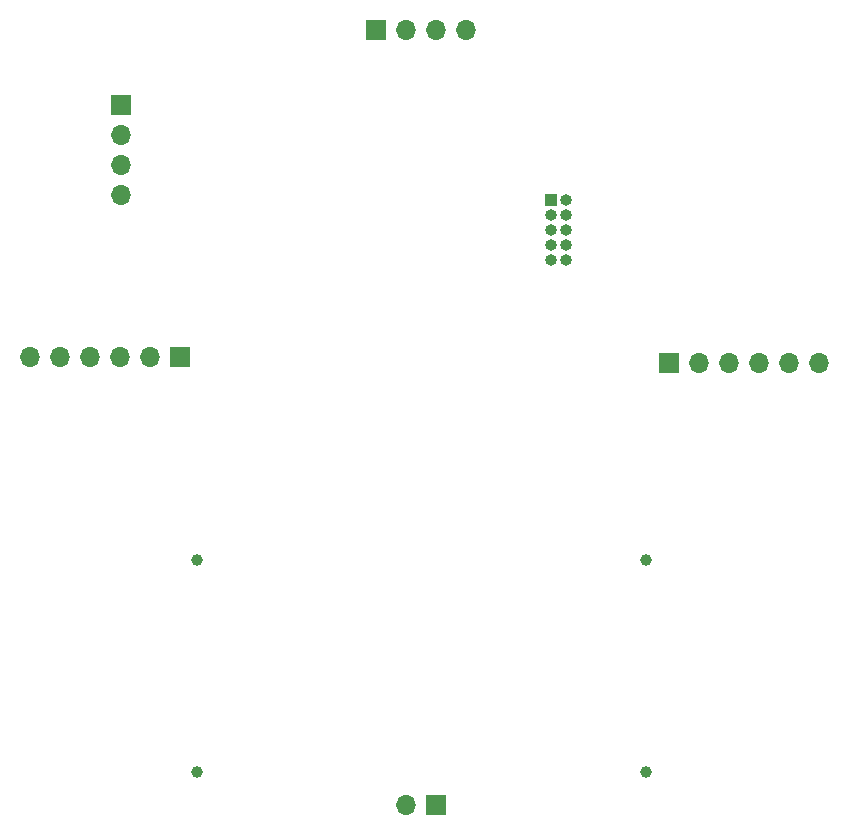
<source format=gbr>
%TF.GenerationSoftware,KiCad,Pcbnew,7.0.10*%
%TF.CreationDate,2024-01-31T17:44:34+01:00*%
%TF.ProjectId,minimouse,6d696e69-6d6f-4757-9365-2e6b69636164,rev?*%
%TF.SameCoordinates,Original*%
%TF.FileFunction,Soldermask,Bot*%
%TF.FilePolarity,Negative*%
%FSLAX46Y46*%
G04 Gerber Fmt 4.6, Leading zero omitted, Abs format (unit mm)*
G04 Created by KiCad (PCBNEW 7.0.10) date 2024-01-31 17:44:34*
%MOMM*%
%LPD*%
G01*
G04 APERTURE LIST*
%ADD10R,1.700000X1.700000*%
%ADD11O,1.700000X1.700000*%
%ADD12C,1.000000*%
%ADD13R,1.000000X1.000000*%
%ADD14O,1.000000X1.000000*%
G04 APERTURE END LIST*
D10*
%TO.C,U4*%
X146190000Y-69125000D03*
D11*
X148730000Y-69125000D03*
X151270000Y-69125000D03*
X153810000Y-69125000D03*
%TD*%
D12*
%TO.C,M2*%
X131000000Y-114000000D03*
X131000000Y-132000000D03*
%TD*%
D11*
%TO.C,J4*%
X116900000Y-96800000D03*
X119440000Y-96800000D03*
X121980000Y-96800000D03*
X124520000Y-96800000D03*
X127060000Y-96800000D03*
D10*
X129600000Y-96800000D03*
%TD*%
%TO.C,U4*%
X146190000Y-69125000D03*
D11*
X148730000Y-69125000D03*
X151270000Y-69125000D03*
X153810000Y-69125000D03*
%TD*%
D12*
%TO.C,M1*%
X169000000Y-132000000D03*
X169000000Y-114000000D03*
%TD*%
D10*
%TO.C,J5*%
X151270000Y-134775000D03*
D11*
X148730000Y-134775000D03*
%TD*%
D10*
%TO.C,J3*%
X170960000Y-97360000D03*
D11*
X173500000Y-97360000D03*
X176040000Y-97360000D03*
X178580000Y-97360000D03*
X181120000Y-97360000D03*
X183660000Y-97360000D03*
%TD*%
D13*
%TO.C,J1*%
X160990000Y-83510000D03*
D14*
X162260000Y-83510000D03*
X160990000Y-84780000D03*
X162260000Y-84780000D03*
X160990000Y-86050000D03*
X162260000Y-86050000D03*
X160990000Y-87320000D03*
X162260000Y-87320000D03*
X160990000Y-88590000D03*
X162260000Y-88590000D03*
%TD*%
D10*
%TO.C,J2*%
X124590000Y-75540000D03*
D11*
X124590000Y-78080000D03*
X124590000Y-80620000D03*
X124590000Y-83160000D03*
%TD*%
M02*

</source>
